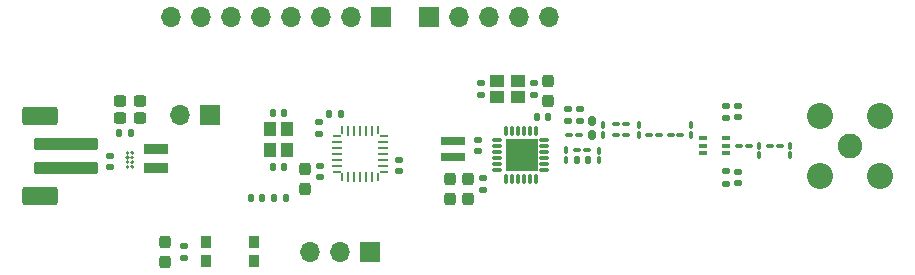
<source format=gbr>
%TF.GenerationSoftware,KiCad,Pcbnew,7.0.9*%
%TF.CreationDate,2024-11-24T18:14:13+08:00*%
%TF.ProjectId,node_v0.1,6e6f6465-5f76-4302-9e31-2e6b69636164,rev?*%
%TF.SameCoordinates,Original*%
%TF.FileFunction,Soldermask,Top*%
%TF.FilePolarity,Negative*%
%FSLAX46Y46*%
G04 Gerber Fmt 4.6, Leading zero omitted, Abs format (unit mm)*
G04 Created by KiCad (PCBNEW 7.0.9) date 2024-11-24 18:14:13*
%MOMM*%
%LPD*%
G01*
G04 APERTURE LIST*
G04 Aperture macros list*
%AMRoundRect*
0 Rectangle with rounded corners*
0 $1 Rounding radius*
0 $2 $3 $4 $5 $6 $7 $8 $9 X,Y pos of 4 corners*
0 Add a 4 corners polygon primitive as box body*
4,1,4,$2,$3,$4,$5,$6,$7,$8,$9,$2,$3,0*
0 Add four circle primitives for the rounded corners*
1,1,$1+$1,$2,$3*
1,1,$1+$1,$4,$5*
1,1,$1+$1,$6,$7*
1,1,$1+$1,$8,$9*
0 Add four rect primitives between the rounded corners*
20,1,$1+$1,$2,$3,$4,$5,0*
20,1,$1+$1,$4,$5,$6,$7,0*
20,1,$1+$1,$6,$7,$8,$9,0*
20,1,$1+$1,$8,$9,$2,$3,0*%
%AMFreePoly0*
4,1,14,0.230680,0.111820,0.364320,-0.021821,0.377500,-0.053642,0.377500,-0.080000,0.364320,-0.111820,0.332500,-0.125000,-0.332500,-0.125000,-0.364320,-0.111820,-0.377500,-0.080000,-0.377500,0.080000,-0.364320,0.111820,-0.332500,0.125000,0.198860,0.125000,0.230680,0.111820,0.230680,0.111820,$1*%
%AMFreePoly1*
4,1,14,0.364320,0.111820,0.377500,0.080000,0.377501,0.053640,0.364318,0.021819,0.230680,-0.111820,0.198860,-0.125000,-0.332500,-0.125000,-0.364320,-0.111820,-0.377500,-0.080000,-0.377500,0.080000,-0.364320,0.111820,-0.332500,0.125000,0.332500,0.125000,0.364320,0.111820,0.364320,0.111820,$1*%
%AMFreePoly2*
4,1,15,0.053642,0.377500,0.080000,0.377500,0.111820,0.364320,0.125000,0.332500,0.125000,-0.332500,0.111820,-0.364320,0.080000,-0.377500,-0.080000,-0.377500,-0.111820,-0.364320,-0.125000,-0.332500,-0.125000,0.198860,-0.111820,0.230680,0.021820,0.364320,0.053640,0.377501,0.053642,0.377500,0.053642,0.377500,$1*%
%AMFreePoly3*
4,1,14,-0.021820,0.364320,0.111820,0.230679,0.125001,0.198860,0.125000,-0.332500,0.111820,-0.364320,0.080000,-0.377500,-0.080000,-0.377500,-0.111820,-0.364320,-0.125000,-0.332500,-0.125000,0.332500,-0.111820,0.364320,-0.080000,0.377500,-0.053640,0.377500,-0.021820,0.364320,-0.021820,0.364320,$1*%
%AMFreePoly4*
4,1,14,0.364320,0.111820,0.377500,0.080000,0.377500,-0.080000,0.364320,-0.111820,0.332500,-0.125000,-0.198860,-0.125001,-0.230680,-0.111818,-0.364320,0.021820,-0.377500,0.053640,-0.377500,0.080000,-0.364320,0.111820,-0.332500,0.125000,0.332500,0.125000,0.364320,0.111820,0.364320,0.111820,$1*%
%AMFreePoly5*
4,1,15,-0.198858,0.125000,0.332500,0.125000,0.364320,0.111820,0.377500,0.080000,0.377500,-0.080000,0.364320,-0.111820,0.332500,-0.125000,-0.332500,-0.125000,-0.364320,-0.111820,-0.377500,-0.080000,-0.377500,-0.053640,-0.364320,-0.021820,-0.230680,0.111820,-0.198860,0.125001,-0.198858,0.125000,-0.198858,0.125000,$1*%
%AMFreePoly6*
4,1,14,0.111820,0.364320,0.125000,0.332500,0.125001,-0.198860,0.111818,-0.230680,-0.021820,-0.364320,-0.053640,-0.377500,-0.080000,-0.377500,-0.111820,-0.364320,-0.125000,-0.332500,-0.125000,0.332500,-0.111820,0.364320,-0.080000,0.377500,0.080000,0.377500,0.111820,0.364320,0.111820,0.364320,$1*%
%AMFreePoly7*
4,1,14,0.111820,0.364320,0.125000,0.332500,0.125000,-0.332500,0.111820,-0.364320,0.080000,-0.377500,0.053640,-0.377501,0.021819,-0.364318,-0.111820,-0.230680,-0.125000,-0.198860,-0.125000,0.332500,-0.111820,0.364320,-0.080000,0.377500,0.080000,0.377500,0.111820,0.364320,0.111820,0.364320,$1*%
G04 Aperture macros list end*
%ADD10C,0.190000*%
%ADD11RoundRect,0.140000X-0.170000X0.140000X-0.170000X-0.140000X0.170000X-0.140000X0.170000X0.140000X0*%
%ADD12RoundRect,0.237500X-0.237500X0.300000X-0.237500X-0.300000X0.237500X-0.300000X0.237500X0.300000X0*%
%ADD13RoundRect,0.140000X-0.140000X-0.170000X0.140000X-0.170000X0.140000X0.170000X-0.140000X0.170000X0*%
%ADD14RoundRect,0.140000X0.170000X-0.140000X0.170000X0.140000X-0.170000X0.140000X-0.170000X-0.140000X0*%
%ADD15RoundRect,0.237500X0.237500X-0.300000X0.237500X0.300000X-0.237500X0.300000X-0.237500X-0.300000X0*%
%ADD16R,1.700000X1.700000*%
%ADD17O,1.700000X1.700000*%
%ADD18R,1.000000X1.150000*%
%ADD19RoundRect,0.135000X0.135000X0.185000X-0.135000X0.185000X-0.135000X-0.185000X0.135000X-0.185000X0*%
%ADD20RoundRect,0.100000X-0.217500X-0.100000X0.217500X-0.100000X0.217500X0.100000X-0.217500X0.100000X0*%
%ADD21RoundRect,0.160000X-0.160000X0.222500X-0.160000X-0.222500X0.160000X-0.222500X0.160000X0.222500X0*%
%ADD22RoundRect,0.100000X-0.100000X0.217500X-0.100000X-0.217500X0.100000X-0.217500X0.100000X0.217500X0*%
%ADD23RoundRect,0.135000X-0.185000X0.135000X-0.185000X-0.135000X0.185000X-0.135000X0.185000X0.135000X0*%
%ADD24FreePoly0,0.000000*%
%ADD25RoundRect,0.062500X-0.375000X-0.062500X0.375000X-0.062500X0.375000X0.062500X-0.375000X0.062500X0*%
%ADD26FreePoly1,0.000000*%
%ADD27FreePoly2,0.000000*%
%ADD28RoundRect,0.062500X-0.062500X-0.375000X0.062500X-0.375000X0.062500X0.375000X-0.062500X0.375000X0*%
%ADD29FreePoly3,0.000000*%
%ADD30FreePoly4,0.000000*%
%ADD31FreePoly5,0.000000*%
%ADD32FreePoly6,0.000000*%
%ADD33FreePoly7,0.000000*%
%ADD34R,0.900000X1.000000*%
%ADD35RoundRect,0.100000X0.100000X-0.217500X0.100000X0.217500X-0.100000X0.217500X-0.100000X-0.217500X0*%
%ADD36C,2.082800*%
%ADD37C,2.209800*%
%ADD38R,0.650000X0.400000*%
%ADD39RoundRect,0.237500X0.237500X-0.287500X0.237500X0.287500X-0.237500X0.287500X-0.237500X-0.287500X0*%
%ADD40RoundRect,0.100000X0.217500X0.100000X-0.217500X0.100000X-0.217500X-0.100000X0.217500X-0.100000X0*%
%ADD41R,2.000000X0.850000*%
%ADD42RoundRect,0.140000X0.140000X0.170000X-0.140000X0.170000X-0.140000X-0.170000X0.140000X-0.170000X0*%
%ADD43R,2.000000X0.650000*%
%ADD44R,1.150000X1.000000*%
%ADD45RoundRect,0.135000X0.185000X-0.135000X0.185000X0.135000X-0.185000X0.135000X-0.185000X-0.135000X0*%
%ADD46RoundRect,0.135000X-0.135000X-0.185000X0.135000X-0.185000X0.135000X0.185000X-0.135000X0.185000X0*%
%ADD47RoundRect,0.237500X-0.300000X-0.237500X0.300000X-0.237500X0.300000X0.237500X-0.300000X0.237500X0*%
%ADD48RoundRect,0.075000X-0.075000X-0.325000X0.075000X-0.325000X0.075000X0.325000X-0.075000X0.325000X0*%
%ADD49RoundRect,0.075000X0.325000X-0.075000X0.325000X0.075000X-0.325000X0.075000X-0.325000X-0.075000X0*%
%ADD50R,2.700000X2.700000*%
%ADD51RoundRect,0.250000X1.250000X-0.550000X1.250000X0.550000X-1.250000X0.550000X-1.250000X-0.550000X0*%
%ADD52RoundRect,0.250000X2.500000X-0.250000X2.500000X0.250000X-2.500000X0.250000X-2.500000X-0.250000X0*%
G04 APERTURE END LIST*
%TO.C,U4*%
D10*
X90595000Y-69500000D02*
G75*
G03*
X90595000Y-69500000I-95000J0D01*
G01*
X90595000Y-69100000D02*
G75*
G03*
X90595000Y-69100000I-95000J0D01*
G01*
X90595000Y-68700000D02*
G75*
G03*
X90595000Y-68700000I-95000J0D01*
G01*
X90595000Y-68300000D02*
G75*
G03*
X90595000Y-68300000I-95000J0D01*
G01*
X90195000Y-69500000D02*
G75*
G03*
X90195000Y-69500000I-95000J0D01*
G01*
X90195000Y-69100000D02*
G75*
G03*
X90195000Y-69100000I-95000J0D01*
G01*
X90195000Y-68700000D02*
G75*
G03*
X90195000Y-68700000I-95000J0D01*
G01*
X90195000Y-68300000D02*
G75*
G03*
X90195000Y-68300000I-95000J0D01*
G01*
%TD*%
D11*
%TO.C,C34*%
X88600000Y-68540000D03*
X88600000Y-69500000D03*
%TD*%
D12*
%TO.C,C33*%
X125700000Y-62197500D03*
X125700000Y-63922500D03*
%TD*%
D13*
%TO.C,C32*%
X124740000Y-65300000D03*
X125700000Y-65300000D03*
%TD*%
D11*
%TO.C,C31*%
X106300000Y-65720000D03*
X106300000Y-66680000D03*
%TD*%
D14*
%TO.C,C30*%
X106400000Y-70380000D03*
X106400000Y-69420000D03*
%TD*%
D15*
%TO.C,C29*%
X105100000Y-71362500D03*
X105100000Y-69637500D03*
%TD*%
D14*
%TO.C,C28*%
X113100000Y-69880000D03*
X113100000Y-68920000D03*
%TD*%
D16*
%TO.C,J5*%
X97075000Y-65100000D03*
D17*
X94535000Y-65100000D03*
%TD*%
D18*
%TO.C,Y1*%
X103600000Y-68075000D03*
X103600000Y-66325000D03*
X102200000Y-66325000D03*
X102200000Y-68075000D03*
%TD*%
D19*
%TO.C,R2*%
X103510000Y-72100000D03*
X102490000Y-72100000D03*
%TD*%
D15*
%TO.C,C23*%
X118890000Y-72212500D03*
X118890000Y-70487500D03*
%TD*%
D13*
%TO.C,C13*%
X128120000Y-68900000D03*
X129080000Y-68900000D03*
%TD*%
D20*
%TO.C,L6*%
X144492500Y-67700000D03*
X145307500Y-67700000D03*
%TD*%
D21*
%TO.C,L2*%
X129400000Y-66772500D03*
X129400000Y-65627500D03*
%TD*%
D16*
%TO.C,J4*%
X111560000Y-56800000D03*
D17*
X109020000Y-56800000D03*
X106480000Y-56800000D03*
X103940000Y-56800000D03*
X101400000Y-56800000D03*
X98860000Y-56800000D03*
X96320000Y-56800000D03*
X93780000Y-56800000D03*
%TD*%
D16*
%TO.C,J1*%
X115660000Y-56800000D03*
D17*
X118200000Y-56800000D03*
X120740000Y-56800000D03*
X123280000Y-56800000D03*
X125820000Y-56800000D03*
%TD*%
D22*
%TO.C,C20*%
X143600000Y-67692500D03*
X143600000Y-68507500D03*
%TD*%
D15*
%TO.C,C22*%
X117400000Y-72212500D03*
X117400000Y-70487500D03*
%TD*%
D23*
%TO.C,R4*%
X140800000Y-64310000D03*
X140800000Y-65330000D03*
%TD*%
D13*
%TO.C,C2*%
X102420000Y-69500000D03*
X103380000Y-69500000D03*
%TD*%
D14*
%TO.C,C4*%
X124500000Y-63380000D03*
X124500000Y-62420000D03*
%TD*%
D24*
%TO.C,U1*%
X107802500Y-66900000D03*
D25*
X107862500Y-67400000D03*
X107862500Y-67900000D03*
X107862500Y-68400000D03*
X107862500Y-68900000D03*
X107862500Y-69400000D03*
D26*
X107802500Y-69900000D03*
D27*
X108300000Y-70397500D03*
D28*
X108800000Y-70337500D03*
X109300000Y-70337500D03*
X109800000Y-70337500D03*
X110300000Y-70337500D03*
X110800000Y-70337500D03*
D29*
X111300000Y-70397500D03*
D30*
X111797500Y-69900000D03*
D25*
X111737500Y-69400000D03*
X111737500Y-68900000D03*
X111737500Y-68400000D03*
X111737500Y-67900000D03*
X111737500Y-67400000D03*
D31*
X111797500Y-66900000D03*
D32*
X111300000Y-66402500D03*
D28*
X110800000Y-66462500D03*
X110300000Y-66462500D03*
X109800000Y-66462500D03*
X109300000Y-66462500D03*
X108800000Y-66462500D03*
D33*
X108300000Y-66402500D03*
%TD*%
D34*
%TO.C,SW1*%
X96750000Y-75900000D03*
X100850000Y-75900000D03*
X96750000Y-77500000D03*
X100850000Y-77500000D03*
%TD*%
D35*
%TO.C,C10*%
X133400000Y-65992500D03*
X133400000Y-66807500D03*
%TD*%
D14*
%TO.C,C17*%
X141800000Y-65300000D03*
X141800000Y-64340000D03*
%TD*%
D13*
%TO.C,C25*%
X89420000Y-66600000D03*
X90380000Y-66600000D03*
%TD*%
D11*
%TO.C,C16*%
X141800000Y-69920000D03*
X141800000Y-70880000D03*
%TD*%
D36*
%TO.C,AE1*%
X151300000Y-67700000D03*
D37*
X153840000Y-65160000D03*
X148760000Y-65160000D03*
X153840000Y-70240000D03*
X148760000Y-70240000D03*
%TD*%
D38*
%TO.C,U3*%
X138850000Y-67050000D03*
X138850000Y-67700000D03*
X138850000Y-68350000D03*
X140750000Y-68350000D03*
X140750000Y-67700000D03*
X140750000Y-67050000D03*
%TD*%
D39*
%TO.C,D1*%
X93300000Y-77575000D03*
X93300000Y-75825000D03*
%TD*%
D11*
%TO.C,C7*%
X128400000Y-65580000D03*
X128400000Y-64620000D03*
%TD*%
D20*
%TO.C,L1*%
X128307500Y-66800000D03*
X127492500Y-66800000D03*
%TD*%
D35*
%TO.C,C9*%
X130400000Y-65992500D03*
X130400000Y-66807500D03*
%TD*%
D22*
%TO.C,C19*%
X146200000Y-67692500D03*
X146200000Y-68507500D03*
%TD*%
D40*
%TO.C,C11*%
X134292500Y-66800000D03*
X135107500Y-66800000D03*
%TD*%
D41*
%TO.C,L8*%
X92500000Y-69625000D03*
X92500000Y-67975000D03*
%TD*%
D22*
%TO.C,C15*%
X130000000Y-68142500D03*
X130000000Y-68957500D03*
%TD*%
D42*
%TO.C,C1*%
X103380000Y-64900000D03*
X102420000Y-64900000D03*
%TD*%
D43*
%TO.C,L7*%
X117700000Y-67325000D03*
X117700000Y-68675000D03*
%TD*%
D44*
%TO.C,Y2*%
X121425000Y-63600000D03*
X123175000Y-63600000D03*
X123175000Y-62200000D03*
X121425000Y-62200000D03*
%TD*%
D35*
%TO.C,C12*%
X137800000Y-65992500D03*
X137800000Y-66807500D03*
%TD*%
D45*
%TO.C,R3*%
X140800000Y-70910000D03*
X140800000Y-69890000D03*
%TD*%
D46*
%TO.C,R5*%
X107190000Y-65000000D03*
X108210000Y-65000000D03*
%TD*%
D22*
%TO.C,L5*%
X127200000Y-68092500D03*
X127200000Y-68907500D03*
%TD*%
D14*
%TO.C,C24*%
X120200000Y-71430000D03*
X120200000Y-70470000D03*
%TD*%
D47*
%TO.C,C27*%
X89437500Y-65400000D03*
X91162500Y-65400000D03*
%TD*%
D48*
%TO.C,U2*%
X124650000Y-66500000D03*
X124150000Y-66500000D03*
X123650000Y-66500000D03*
X123150000Y-66500000D03*
X122650000Y-66500000D03*
X122150000Y-66500000D03*
D49*
X121400000Y-67250000D03*
X121400000Y-67750000D03*
X121400000Y-68250000D03*
X121400000Y-68750000D03*
X121400000Y-69250000D03*
X121400000Y-69750000D03*
D48*
X122150000Y-70500000D03*
X122650000Y-70500000D03*
X123150000Y-70500000D03*
X123650000Y-70500000D03*
X124150000Y-70500000D03*
X124650000Y-70500000D03*
D49*
X125400000Y-69750000D03*
X125400000Y-69250000D03*
X125400000Y-68750000D03*
X125400000Y-68250000D03*
X125400000Y-67750000D03*
X125400000Y-67250000D03*
D50*
X123500000Y-68500000D03*
%TD*%
D51*
%TO.C,J3*%
X82650000Y-65200000D03*
X82650000Y-72000000D03*
D52*
X84900000Y-67600000D03*
X84900000Y-69600000D03*
%TD*%
D40*
%TO.C,C18*%
X142707500Y-67700000D03*
X141892500Y-67700000D03*
%TD*%
D20*
%TO.C,L3*%
X132307500Y-66800000D03*
X131492500Y-66800000D03*
%TD*%
D13*
%TO.C,C3*%
X100520000Y-72100000D03*
X101480000Y-72100000D03*
%TD*%
D20*
%TO.C,L4*%
X136907500Y-66800000D03*
X136092500Y-66800000D03*
%TD*%
D14*
%TO.C,C21*%
X119800000Y-68180000D03*
X119800000Y-67220000D03*
%TD*%
D16*
%TO.C,J2*%
X110625000Y-76700000D03*
D17*
X108085000Y-76700000D03*
X105545000Y-76700000D03*
%TD*%
D47*
%TO.C,C26*%
X89437500Y-63900000D03*
X91162500Y-63900000D03*
%TD*%
D40*
%TO.C,C8*%
X131492500Y-65900000D03*
X132307500Y-65900000D03*
%TD*%
D11*
%TO.C,C5*%
X120000000Y-62420000D03*
X120000000Y-63380000D03*
%TD*%
D40*
%TO.C,C14*%
X129007500Y-68100000D03*
X128192500Y-68100000D03*
%TD*%
D11*
%TO.C,C6*%
X127400000Y-65580000D03*
X127400000Y-64620000D03*
%TD*%
D45*
%TO.C,R1*%
X94900000Y-77210000D03*
X94900000Y-76190000D03*
%TD*%
M02*

</source>
